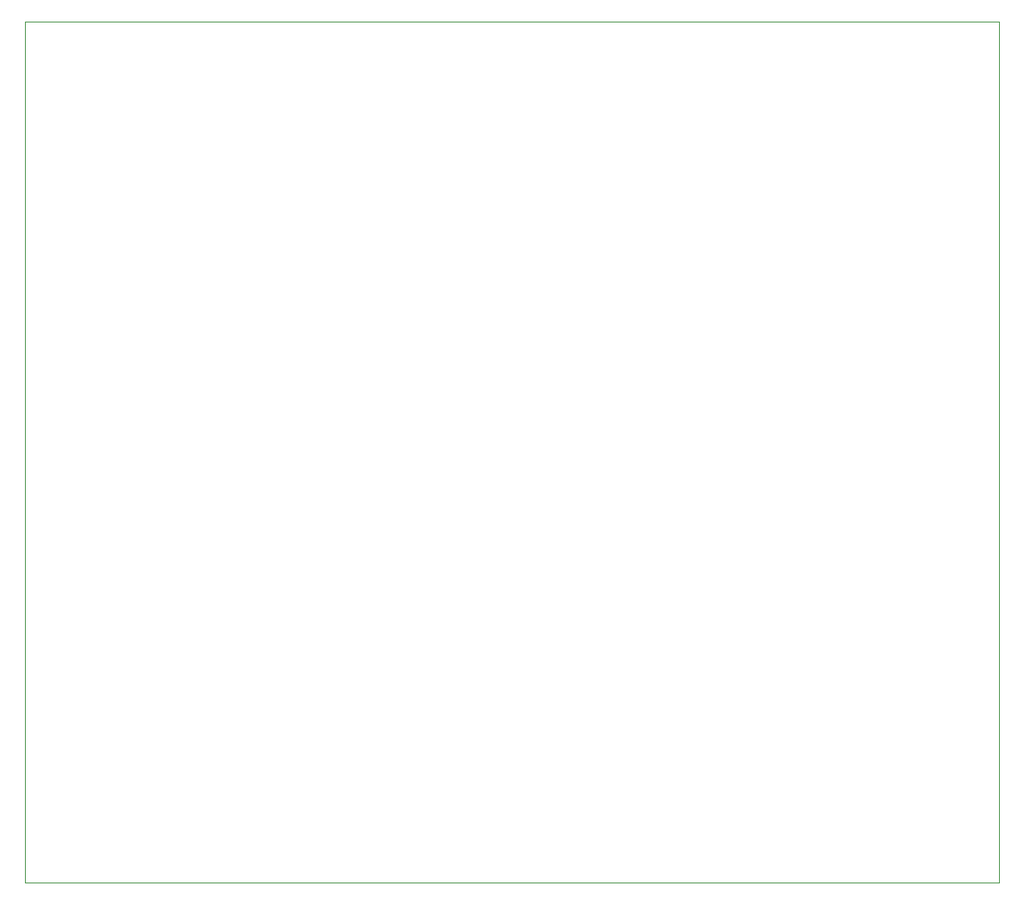
<source format=gm1>
G04 #@! TF.GenerationSoftware,KiCad,Pcbnew,7.0.5*
G04 #@! TF.CreationDate,2023-07-24T05:32:36-06:00*
G04 #@! TF.ProjectId,Project-Supernova-PCB,50726f6a-6563-4742-9d53-757065726e6f,rev?*
G04 #@! TF.SameCoordinates,Original*
G04 #@! TF.FileFunction,Profile,NP*
%FSLAX46Y46*%
G04 Gerber Fmt 4.6, Leading zero omitted, Abs format (unit mm)*
G04 Created by KiCad (PCBNEW 7.0.5) date 2023-07-24 05:32:36*
%MOMM*%
%LPD*%
G01*
G04 APERTURE LIST*
G04 #@! TA.AperFunction,Profile*
%ADD10C,0.100000*%
G04 #@! TD*
G04 APERTURE END LIST*
D10*
X85090000Y-45720000D02*
X184150000Y-45720000D01*
X184150000Y-133350000D01*
X85090000Y-133350000D01*
X85090000Y-45720000D01*
M02*

</source>
